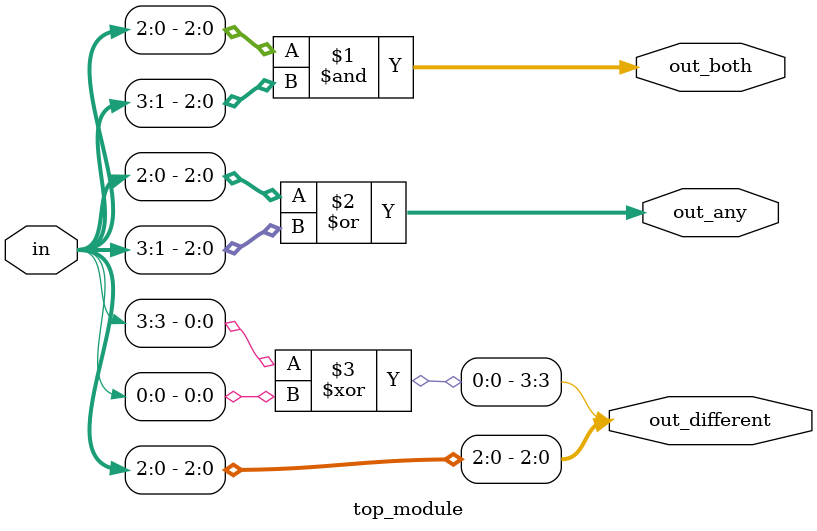
<source format=sv>
module top_module (
	input [3:0] in,
	output [2:0] out_both,
	output [3:1] out_any,
	output [3:0] out_different
);

	assign out_both = in[2:0] & in[3:1];
	assign out_any = in[2:0] | in[3:1];
	assign out_different = {in[3], in[2] ^ in[1], in[3] ^ in[0], in[2:0]};

endmodule

</source>
